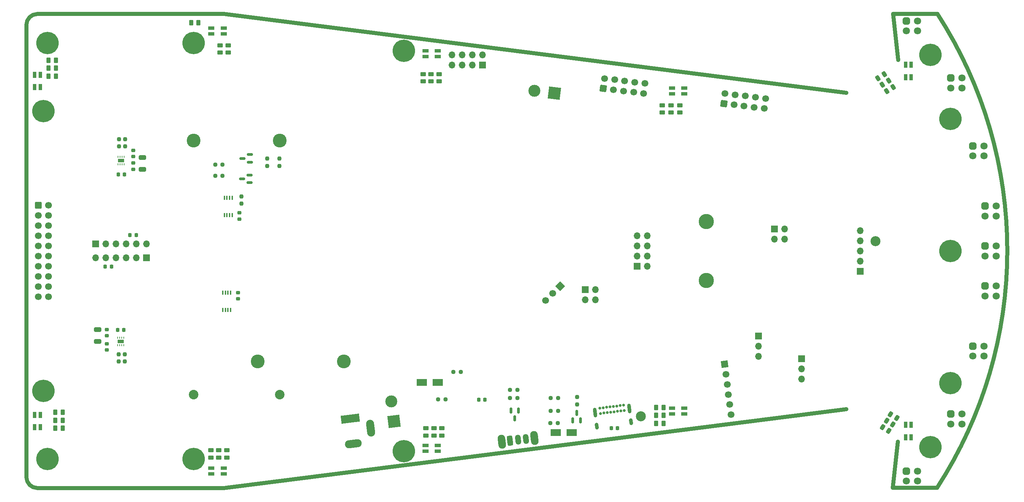
<source format=gbr>
%TF.GenerationSoftware,KiCad,Pcbnew,(6.0.2)*%
%TF.CreationDate,2022-08-16T13:23:33+02:00*%
%TF.ProjectId,BeamRider_MainBoard_v1,4265616d-5269-4646-9572-5f4d61696e42,rev?*%
%TF.SameCoordinates,Original*%
%TF.FileFunction,Soldermask,Bot*%
%TF.FilePolarity,Negative*%
%FSLAX46Y46*%
G04 Gerber Fmt 4.6, Leading zero omitted, Abs format (unit mm)*
G04 Created by KiCad (PCBNEW (6.0.2)) date 2022-08-16 13:23:33*
%MOMM*%
%LPD*%
G01*
G04 APERTURE LIST*
G04 Aperture macros list*
%AMRoundRect*
0 Rectangle with rounded corners*
0 $1 Rounding radius*
0 $2 $3 $4 $5 $6 $7 $8 $9 X,Y pos of 4 corners*
0 Add a 4 corners polygon primitive as box body*
4,1,4,$2,$3,$4,$5,$6,$7,$8,$9,$2,$3,0*
0 Add four circle primitives for the rounded corners*
1,1,$1+$1,$2,$3*
1,1,$1+$1,$4,$5*
1,1,$1+$1,$6,$7*
1,1,$1+$1,$8,$9*
0 Add four rect primitives between the rounded corners*
20,1,$1+$1,$2,$3,$4,$5,0*
20,1,$1+$1,$4,$5,$6,$7,0*
20,1,$1+$1,$6,$7,$8,$9,0*
20,1,$1+$1,$8,$9,$2,$3,0*%
%AMHorizOval*
0 Thick line with rounded ends*
0 $1 width*
0 $2 $3 position (X,Y) of the first rounded end (center of the circle)*
0 $4 $5 position (X,Y) of the second rounded end (center of the circle)*
0 Add line between two ends*
20,1,$1,$2,$3,$4,$5,0*
0 Add two circle primitives to create the rounded ends*
1,1,$1,$2,$3*
1,1,$1,$4,$5*%
%AMRotRect*
0 Rectangle, with rotation*
0 The origin of the aperture is its center*
0 $1 length*
0 $2 width*
0 $3 Rotation angle, in degrees counterclockwise*
0 Add horizontal line*
21,1,$1,$2,0,0,$3*%
G04 Aperture macros list end*
%ADD10C,1.000000*%
%ADD11RoundRect,0.450000X-0.450000X-0.450000X0.450000X-0.450000X0.450000X0.450000X-0.450000X0.450000X0*%
%ADD12C,1.800000*%
%ADD13HorizOval,1.900000X-0.097495X0.794037X0.097495X-0.794037X0*%
%ADD14RoundRect,0.350000X-0.237709X-0.935946X0.457074X-0.850637X0.237709X0.935946X-0.457074X0.850637X0*%
%ADD15HorizOval,1.400000X-0.067028X0.545900X0.067028X-0.545900X0*%
%ADD16RoundRect,0.250000X0.522406X-0.668649X0.668649X0.522406X-0.522406X0.668649X-0.668649X-0.522406X0*%
%ADD17C,1.700000*%
%ADD18R,1.700000X1.700000*%
%ADD19O,1.700000X1.700000*%
%ADD20C,5.600000*%
%ADD21RotRect,3.000000X3.000000X173.000000*%
%ADD22C,3.000000*%
%ADD23RotRect,3.000000X3.000000X97.000000*%
%ADD24RoundRect,0.250000X-0.600000X-0.600000X0.600000X-0.600000X0.600000X0.600000X-0.600000X0.600000X0*%
%ADD25C,0.700000*%
%ADD26HorizOval,0.900000X-0.091402X0.744410X0.091402X-0.744410X0*%
%ADD27HorizOval,0.900000X-0.048748X0.397018X0.048748X-0.397018X0*%
%ADD28RotRect,1.700000X1.700000X7.000000*%
%ADD29HorizOval,1.700000X0.000000X0.000000X0.000000X0.000000X0*%
%ADD30RotRect,1.700000X1.700000X315.000000*%
%ADD31HorizOval,1.700000X0.000000X0.000000X0.000000X0.000000X0*%
%ADD32C,3.800000*%
%ADD33C,3.450000*%
%ADD34C,2.390000*%
%ADD35C,2.500000*%
%ADD36RotRect,4.600000X2.000000X7.000000*%
%ADD37HorizOval,2.000000X1.091801X0.134056X-1.091801X-0.134056X0*%
%ADD38HorizOval,2.000000X-0.134056X1.091801X0.134056X-1.091801X0*%
%ADD39RoundRect,0.250000X0.262500X0.450000X-0.262500X0.450000X-0.262500X-0.450000X0.262500X-0.450000X0*%
%ADD40R,0.250000X0.500000*%
%ADD41R,1.600000X0.900000*%
%ADD42R,2.500000X1.800000*%
%ADD43R,1.500000X0.900000*%
%ADD44RoundRect,0.225000X-0.250000X0.225000X-0.250000X-0.225000X0.250000X-0.225000X0.250000X0.225000X0*%
%ADD45RoundRect,0.250000X0.015851X-0.520725X0.461076X-0.242518X-0.015851X0.520725X-0.461076X0.242518X0*%
%ADD46RoundRect,0.237500X0.250000X0.237500X-0.250000X0.237500X-0.250000X-0.237500X0.250000X-0.237500X0*%
%ADD47RoundRect,0.150000X0.150000X-0.587500X0.150000X0.587500X-0.150000X0.587500X-0.150000X-0.587500X0*%
%ADD48RoundRect,0.250000X-0.461076X-0.242518X-0.015851X-0.520725X0.461076X0.242518X0.015851X0.520725X0*%
%ADD49RoundRect,0.237500X-0.250000X-0.237500X0.250000X-0.237500X0.250000X0.237500X-0.250000X0.237500X0*%
%ADD50RoundRect,0.225000X0.225000X0.250000X-0.225000X0.250000X-0.225000X-0.250000X0.225000X-0.250000X0*%
%ADD51RoundRect,0.237500X-0.237500X0.250000X-0.237500X-0.250000X0.237500X-0.250000X0.237500X0.250000X0*%
%ADD52RoundRect,0.150000X-0.150000X0.587500X-0.150000X-0.587500X0.150000X-0.587500X0.150000X0.587500X0*%
%ADD53RoundRect,0.250000X-0.450000X0.262500X-0.450000X-0.262500X0.450000X-0.262500X0.450000X0.262500X0*%
%ADD54RoundRect,0.225000X-0.225000X-0.250000X0.225000X-0.250000X0.225000X0.250000X-0.225000X0.250000X0*%
%ADD55RoundRect,0.250000X-0.262500X-0.450000X0.262500X-0.450000X0.262500X0.450000X-0.262500X0.450000X0*%
%ADD56RoundRect,0.250000X0.650000X-0.325000X0.650000X0.325000X-0.650000X0.325000X-0.650000X-0.325000X0*%
%ADD57RoundRect,0.237500X0.237500X-0.250000X0.237500X0.250000X-0.237500X0.250000X-0.237500X-0.250000X0*%
%ADD58R,0.400000X1.100000*%
%ADD59RoundRect,0.250000X0.450000X-0.262500X0.450000X0.262500X-0.450000X0.262500X-0.450000X-0.262500X0*%
%ADD60RoundRect,0.150000X0.587500X0.150000X-0.587500X0.150000X-0.587500X-0.150000X0.587500X-0.150000X0*%
%ADD61RoundRect,0.250000X-0.650000X0.325000X-0.650000X-0.325000X0.650000X-0.325000X0.650000X0.325000X0*%
%ADD62RoundRect,0.225000X0.250000X-0.225000X0.250000X0.225000X-0.250000X0.225000X-0.250000X-0.225000X0*%
%ADD63R,0.900000X1.500000*%
G04 APERTURE END LIST*
D10*
X238617409Y-141694028D02*
X239900000Y-130200000D01*
X249651508Y-141682985D02*
G75*
G03*
X249745229Y-23239576I-91495962J59294140D01*
G01*
X249739670Y-23230689D02*
X238700800Y-23231308D01*
X25000000Y-141750000D02*
X71500000Y-141750000D01*
X71500000Y-141750000D02*
X227000000Y-122000000D01*
X25000000Y-23250000D02*
G75*
G03*
X22250000Y-26000000I2J-2750002D01*
G01*
X22250000Y-139000000D02*
G75*
G03*
X25000000Y-141750000I2750002J2D01*
G01*
X227000000Y-43000000D02*
X71500000Y-23250000D01*
X22250000Y-26000000D02*
X22250000Y-139000000D01*
X239983391Y-34725336D02*
X238700800Y-23231308D01*
X249651508Y-141682985D02*
X238612638Y-141683604D01*
X25000000Y-23250000D02*
X71500000Y-23250000D01*
D11*
%TO.C,U4*%
X258600000Y-106250000D03*
D12*
X258600000Y-108750000D03*
X261400000Y-108750000D03*
X261400000Y-106250000D03*
%TD*%
D11*
%TO.C,U5*%
X258600000Y-56250000D03*
D12*
X258600000Y-58750000D03*
X261400000Y-58750000D03*
X261400000Y-56250000D03*
%TD*%
D13*
%TO.C,SW2*%
X149069440Y-129200336D03*
X140930561Y-130199665D03*
D14*
X143014908Y-129943739D03*
D15*
X145000000Y-129700000D03*
X146985093Y-129456262D03*
%TD*%
D11*
%TO.C,U6*%
X253100000Y-123250000D03*
D12*
X253100000Y-125750000D03*
X255900000Y-125750000D03*
X255900000Y-123250000D03*
%TD*%
D16*
%TO.C,J12*%
X196403092Y-45641437D03*
D17*
X196712640Y-43120370D03*
X198924159Y-45950985D03*
X199233707Y-43429918D03*
X201445226Y-46260533D03*
X201754775Y-43739466D03*
X203966294Y-46570081D03*
X204275842Y-44049014D03*
X206487361Y-46879630D03*
X206796909Y-44358562D03*
%TD*%
D18*
%TO.C,J16*%
X52200000Y-84200000D03*
D19*
X49660000Y-84200000D03*
X47120000Y-84200000D03*
X44580000Y-84200000D03*
X42040000Y-84200000D03*
X39500000Y-84200000D03*
%TD*%
D11*
%TO.C,U9*%
X242000000Y-25000000D03*
D12*
X242000000Y-27500000D03*
X244800000Y-27500000D03*
X244800000Y-25000000D03*
%TD*%
D20*
%TO.C,H7*%
X64000000Y-134500000D03*
%TD*%
D11*
%TO.C,U8*%
X242000000Y-137500000D03*
D12*
X242000000Y-140000000D03*
X244800000Y-140000000D03*
X244800000Y-137500000D03*
%TD*%
D20*
%TO.C,H2*%
X64000000Y-30500000D03*
%TD*%
%TO.C,H8*%
X27500000Y-134500000D03*
%TD*%
D18*
%TO.C,J18*%
X205100000Y-103725000D03*
D19*
X205100000Y-106265000D03*
X205100000Y-108805000D03*
%TD*%
D20*
%TO.C,H12*%
X253000000Y-82500000D03*
%TD*%
D21*
%TO.C,J2*%
X154121068Y-43059548D03*
D22*
X149078934Y-42440452D03*
%TD*%
D23*
%TO.C,J3*%
X114009548Y-125121068D03*
D22*
X113390452Y-120078934D03*
%TD*%
D11*
%TO.C,U1*%
X261600000Y-81250000D03*
D12*
X261600000Y-83750000D03*
X264400000Y-83750000D03*
X264400000Y-81250000D03*
%TD*%
D18*
%TO.C,J17*%
X215850000Y-109425000D03*
D19*
X215850000Y-111965000D03*
X215850000Y-114505000D03*
%TD*%
D24*
%TO.C,J11*%
X25247500Y-71070000D03*
D17*
X27787500Y-71070000D03*
X25247500Y-73610000D03*
X27787500Y-73610000D03*
X25247500Y-76150000D03*
X27787500Y-76150000D03*
X25247500Y-78690000D03*
X27787500Y-78690000D03*
X25247500Y-81230000D03*
X27787500Y-81230000D03*
X25247500Y-83770000D03*
X27787500Y-83770000D03*
X25247500Y-86310000D03*
X27787500Y-86310000D03*
X25247500Y-88850000D03*
X27787500Y-88850000D03*
X25247500Y-91390000D03*
X27787500Y-91390000D03*
X25247500Y-93930000D03*
X27787500Y-93930000D03*
%TD*%
D25*
%TO.C,J4*%
X165456652Y-121767563D03*
X166300316Y-121663974D03*
X167143980Y-121560385D03*
X167987645Y-121456796D03*
X168831309Y-121353207D03*
X169674973Y-121249618D03*
X170518637Y-121146029D03*
X171362302Y-121042440D03*
X171526825Y-122382378D03*
X170683161Y-122485967D03*
X169839497Y-122589556D03*
X168995833Y-122693145D03*
X168152168Y-122796733D03*
X167308504Y-122900322D03*
X166464840Y-123003911D03*
X165621176Y-123107500D03*
D26*
X172821671Y-121850612D03*
X164236147Y-122904782D03*
D27*
X164648065Y-126259588D03*
X173233589Y-125205418D03*
%TD*%
D28*
%TO.C,J14*%
X196626130Y-110797332D03*
D29*
X196935678Y-113318399D03*
X197245226Y-115839466D03*
X197554774Y-118360534D03*
X197864323Y-120881601D03*
X198173871Y-123402668D03*
%TD*%
D18*
%TO.C,J6*%
X209025000Y-76975000D03*
D19*
X211565000Y-76975000D03*
X209025000Y-79515000D03*
X211565000Y-79515000D03*
%TD*%
D30*
%TO.C,J5*%
X155496051Y-91303949D03*
D31*
X153700000Y-93100000D03*
X151903949Y-94896051D03*
%TD*%
D20*
%TO.C,H14*%
X248000000Y-33500000D03*
%TD*%
D32*
%TO.C,H6*%
X192000000Y-89866000D03*
%TD*%
D16*
%TO.C,J13*%
X166303092Y-41891437D03*
D17*
X166612640Y-39370370D03*
X168824159Y-42200985D03*
X169133707Y-39679918D03*
X171345226Y-42510533D03*
X171654775Y-39989466D03*
X173866294Y-42820081D03*
X174175842Y-40299014D03*
X176387361Y-43129630D03*
X176696909Y-40608562D03*
%TD*%
D11*
%TO.C,U2*%
X261600000Y-91250000D03*
D12*
X261600000Y-93750000D03*
X264400000Y-93750000D03*
X264400000Y-91250000D03*
%TD*%
D18*
%TO.C,J19*%
X174710000Y-86300000D03*
D19*
X177250000Y-86300000D03*
X174710000Y-83760000D03*
X177250000Y-83760000D03*
X174710000Y-81220000D03*
X177250000Y-81220000D03*
X174710000Y-78680000D03*
X177250000Y-78680000D03*
%TD*%
D18*
%TO.C,J9*%
X136100000Y-36040000D03*
D19*
X136100000Y-33500000D03*
X133560000Y-36040000D03*
X133560000Y-33500000D03*
X131020000Y-36040000D03*
X131020000Y-33500000D03*
X128480000Y-36040000D03*
X128480000Y-33500000D03*
%TD*%
D20*
%TO.C,H13*%
X253000000Y-115500000D03*
%TD*%
D11*
%TO.C,U7*%
X253100000Y-39250000D03*
D12*
X253100000Y-41750000D03*
X255900000Y-41750000D03*
X255900000Y-39250000D03*
%TD*%
D18*
%TO.C,J10*%
X161825000Y-92125000D03*
D19*
X164365000Y-92125000D03*
X161825000Y-94665000D03*
X164365000Y-94665000D03*
%TD*%
D33*
%TO.C,BT2*%
X80000000Y-110100000D03*
X64000000Y-54900000D03*
D34*
X64000000Y-118430000D03*
%TD*%
D35*
%TO.C,TP1*%
X234250000Y-80050000D03*
%TD*%
D20*
%TO.C,H9*%
X26500000Y-47500000D03*
%TD*%
%TO.C,H15*%
X253000000Y-49500000D03*
%TD*%
D11*
%TO.C,U3*%
X261600000Y-71250000D03*
D12*
X261600000Y-73750000D03*
X264400000Y-73750000D03*
X264400000Y-71250000D03*
%TD*%
D20*
%TO.C,H5*%
X26500000Y-117500000D03*
%TD*%
D18*
%TO.C,J15*%
X39500000Y-80700000D03*
D19*
X42040000Y-80700000D03*
X44580000Y-80700000D03*
X47120000Y-80700000D03*
X49660000Y-80700000D03*
X52200000Y-80700000D03*
%TD*%
D20*
%TO.C,H10*%
X116500000Y-132500000D03*
%TD*%
D36*
%TO.C,J1*%
X103111107Y-124447332D03*
D37*
X103878884Y-130700373D03*
D38*
X108228750Y-126740743D03*
%TD*%
D33*
%TO.C,BT1*%
X85500000Y-54900000D03*
X101500000Y-110100000D03*
D34*
X85500000Y-118430000D03*
%TD*%
D18*
%TO.C,J8*%
X230500000Y-87610000D03*
D19*
X230500000Y-85070000D03*
X230500000Y-82530000D03*
X230500000Y-79990000D03*
X230500000Y-77450000D03*
%TD*%
D35*
%TO.C,TP2*%
X175650000Y-123800000D03*
%TD*%
D20*
%TO.C,H3*%
X27500000Y-30500000D03*
%TD*%
%TO.C,H4*%
X116500000Y-32500000D03*
%TD*%
%TO.C,H11*%
X248000000Y-131500000D03*
%TD*%
D32*
%TO.C,H1*%
X192000000Y-75134000D03*
%TD*%
D39*
%TO.C,R47*%
X31312500Y-124800000D03*
X29487500Y-124800000D03*
%TD*%
D40*
%TO.C,U30*%
X45050000Y-104150000D03*
X45550000Y-104150000D03*
X46050000Y-104150000D03*
X46550000Y-104150000D03*
X46550000Y-106050000D03*
X46050000Y-106050000D03*
X45550000Y-106050000D03*
X45050000Y-106050000D03*
D41*
X45800000Y-105100000D03*
%TD*%
D39*
%TO.C,R43*%
X29612500Y-36800000D03*
X27787500Y-36800000D03*
%TD*%
D42*
%TO.C,D2*%
X158450000Y-127900000D03*
X154450000Y-127900000D03*
%TD*%
D43*
%TO.C,D16*%
X186550000Y-121800000D03*
X183450000Y-121800000D03*
X183450000Y-123200000D03*
X186550000Y-123200000D03*
%TD*%
D44*
%TO.C,C46*%
X75100000Y-92875000D03*
X75100000Y-94425000D03*
%TD*%
D45*
%TO.C,R33*%
X237100000Y-42500000D03*
X238647688Y-41532898D03*
%TD*%
D46*
%TO.C,R10*%
X154912500Y-125550000D03*
X153087500Y-125550000D03*
%TD*%
D47*
%TO.C,Q4*%
X160600000Y-124837500D03*
X158700000Y-124837500D03*
X159650000Y-122962500D03*
%TD*%
D48*
%TO.C,R37*%
X237026156Y-124916449D03*
X238573844Y-125883551D03*
%TD*%
D49*
%TO.C,R7*%
X143037500Y-119250000D03*
X144862500Y-119250000D03*
%TD*%
D50*
%TO.C,C47*%
X43475000Y-86400000D03*
X41925000Y-86400000D03*
%TD*%
D51*
%TO.C,R117*%
X46800000Y-108287500D03*
X46800000Y-110112500D03*
%TD*%
D39*
%TO.C,R46*%
X31312500Y-122800000D03*
X29487500Y-122800000D03*
%TD*%
D52*
%TO.C,Q7*%
X143250000Y-122412500D03*
X145150000Y-122412500D03*
X144200000Y-124287500D03*
%TD*%
D53*
%TO.C,R49*%
X70300000Y-132287500D03*
X70300000Y-134112500D03*
%TD*%
D44*
%TO.C,C42*%
X48950000Y-57325000D03*
X48950000Y-58875000D03*
%TD*%
D54*
%TO.C,C4*%
X135225000Y-119650000D03*
X136775000Y-119650000D03*
%TD*%
D55*
%TO.C,R41*%
X179487500Y-121600000D03*
X181312500Y-121600000D03*
%TD*%
D46*
%TO.C,R109*%
X71212500Y-63700000D03*
X69387500Y-63700000D03*
%TD*%
D44*
%TO.C,C50*%
X42350000Y-102125000D03*
X42350000Y-103675000D03*
%TD*%
D39*
%TO.C,R44*%
X29612500Y-38800000D03*
X27787500Y-38800000D03*
%TD*%
D50*
%TO.C,C48*%
X46575000Y-102250000D03*
X45025000Y-102250000D03*
%TD*%
D55*
%TO.C,R39*%
X179500000Y-125600000D03*
X181325000Y-125600000D03*
%TD*%
D56*
%TO.C,C40*%
X51200000Y-62075000D03*
X51200000Y-59125000D03*
%TD*%
D53*
%TO.C,R54*%
X122000000Y-126787500D03*
X122000000Y-128612500D03*
%TD*%
D57*
%TO.C,R12*%
X159750000Y-120812500D03*
X159750000Y-118987500D03*
%TD*%
D58*
%TO.C,U29*%
X73225000Y-97200000D03*
X72575000Y-97200000D03*
X71925000Y-97200000D03*
X71275000Y-97200000D03*
X71275000Y-92900000D03*
X71925000Y-92900000D03*
X72575000Y-92900000D03*
X73225000Y-92900000D03*
%TD*%
%TO.C,U28*%
X71675000Y-69250000D03*
X72325000Y-69250000D03*
X72975000Y-69250000D03*
X73625000Y-69250000D03*
X73625000Y-73550000D03*
X72975000Y-73550000D03*
X72325000Y-73550000D03*
X71675000Y-73550000D03*
%TD*%
D54*
%TO.C,C43*%
X45175000Y-63350000D03*
X46725000Y-63350000D03*
%TD*%
D59*
%TO.C,R52*%
X70600000Y-32912500D03*
X70600000Y-31087500D03*
%TD*%
%TO.C,R30*%
X121300000Y-40112500D03*
X121300000Y-38287500D03*
%TD*%
D43*
%TO.C,D19*%
X71550000Y-136800000D03*
X68450000Y-136800000D03*
X68450000Y-138200000D03*
X71550000Y-138200000D03*
%TD*%
D59*
%TO.C,R31*%
X125300000Y-40112500D03*
X125300000Y-38287500D03*
%TD*%
D60*
%TO.C,Q18*%
X78037500Y-58400000D03*
X78037500Y-60300000D03*
X76162500Y-59350000D03*
%TD*%
D51*
%TO.C,R114*%
X85450000Y-59387500D03*
X85450000Y-61212500D03*
%TD*%
D60*
%TO.C,Q17*%
X77987500Y-63500000D03*
X77987500Y-65400000D03*
X76112500Y-64450000D03*
%TD*%
D49*
%TO.C,R6*%
X125087500Y-119550000D03*
X126912500Y-119550000D03*
%TD*%
D54*
%TO.C,C44*%
X48125000Y-78500000D03*
X49675000Y-78500000D03*
%TD*%
D43*
%TO.C,D1*%
X183450000Y-43200000D03*
X186550000Y-43250000D03*
X186550000Y-41800000D03*
X183450000Y-41800000D03*
%TD*%
D42*
%TO.C,D3*%
X124950000Y-115350000D03*
X120950000Y-115350000D03*
%TD*%
D61*
%TO.C,C51*%
X40050000Y-102175000D03*
X40050000Y-105125000D03*
%TD*%
D62*
%TO.C,C45*%
X75450000Y-74500000D03*
X75450000Y-72950000D03*
%TD*%
D51*
%TO.C,R112*%
X46900000Y-54537500D03*
X46900000Y-56362500D03*
%TD*%
D57*
%TO.C,R111*%
X75950000Y-70662500D03*
X75950000Y-68837500D03*
%TD*%
D59*
%TO.C,R29*%
X183200000Y-47912500D03*
X183200000Y-46087500D03*
%TD*%
D53*
%TO.C,R50*%
X68300000Y-132287500D03*
X68300000Y-134112500D03*
%TD*%
%TO.C,R55*%
X124000000Y-126787500D03*
X124000000Y-128612500D03*
%TD*%
D50*
%TO.C,C52*%
X169875000Y-126750000D03*
X168325000Y-126750000D03*
%TD*%
D57*
%TO.C,R113*%
X45350000Y-56362500D03*
X45350000Y-54537500D03*
%TD*%
D53*
%TO.C,R56*%
X126000000Y-126787500D03*
X126000000Y-128612500D03*
%TD*%
D43*
%TO.C,D13*%
X121900000Y-33900000D03*
X125000000Y-33900000D03*
X125000000Y-32500000D03*
X121900000Y-32500000D03*
%TD*%
D40*
%TO.C,U27*%
X46650000Y-60850000D03*
X46150000Y-60850000D03*
X45650000Y-60850000D03*
X45150000Y-60850000D03*
X45150000Y-58950000D03*
X45650000Y-58950000D03*
X46150000Y-58950000D03*
X46650000Y-58950000D03*
D41*
X45900000Y-59900000D03*
%TD*%
D63*
%TO.C,D15*%
X243200000Y-129050000D03*
X243200000Y-125950000D03*
X241800000Y-125950000D03*
X241800000Y-129050000D03*
%TD*%
D45*
%TO.C,R35*%
X234900000Y-39300000D03*
X236447688Y-38332898D03*
%TD*%
D51*
%TO.C,R115*%
X82350000Y-59387500D03*
X82350000Y-61212500D03*
%TD*%
D63*
%TO.C,D18*%
X25700000Y-126550000D03*
X25700000Y-123450000D03*
X24300000Y-123450000D03*
X24300000Y-126550000D03*
%TD*%
D43*
%TO.C,D20*%
X71550000Y-26800000D03*
X68450000Y-26800000D03*
X68450000Y-28200000D03*
X71550000Y-28200000D03*
%TD*%
D59*
%TO.C,R32*%
X123300000Y-40112500D03*
X123300000Y-38287500D03*
%TD*%
D49*
%TO.C,R16*%
X128887500Y-112700000D03*
X130712500Y-112700000D03*
%TD*%
D39*
%TO.C,R45*%
X31312500Y-126800000D03*
X29487500Y-126800000D03*
%TD*%
D46*
%TO.C,R110*%
X71212500Y-60950000D03*
X69387500Y-60950000D03*
%TD*%
D62*
%TO.C,C41*%
X48950000Y-62075000D03*
X48950000Y-60525000D03*
%TD*%
D59*
%TO.C,R27*%
X181000000Y-47912500D03*
X181000000Y-46087500D03*
%TD*%
D57*
%TO.C,R116*%
X45300000Y-110112500D03*
X45300000Y-108287500D03*
%TD*%
D39*
%TO.C,R42*%
X29612500Y-34800000D03*
X27787500Y-34800000D03*
%TD*%
D46*
%TO.C,R14*%
X155012500Y-119250000D03*
X153187500Y-119250000D03*
%TD*%
D59*
%TO.C,R51*%
X72600000Y-32912500D03*
X72600000Y-31087500D03*
%TD*%
D55*
%TO.C,R40*%
X179487500Y-123600000D03*
X181312500Y-123600000D03*
%TD*%
D46*
%TO.C,R18*%
X144862500Y-117250000D03*
X143037500Y-117250000D03*
%TD*%
D53*
%TO.C,R48*%
X72300000Y-132287500D03*
X72300000Y-134112500D03*
%TD*%
D59*
%TO.C,R28*%
X185400000Y-47912500D03*
X185400000Y-46087500D03*
%TD*%
D43*
%TO.C,D21*%
X121900000Y-132500000D03*
X125000000Y-132500000D03*
X125000000Y-131100000D03*
X121900000Y-131100000D03*
%TD*%
D63*
%TO.C,D14*%
X243200000Y-39050000D03*
X243200000Y-35950000D03*
X241800000Y-35950000D03*
X241800000Y-39050000D03*
%TD*%
D46*
%TO.C,R9*%
X155012500Y-122450000D03*
X153187500Y-122450000D03*
%TD*%
D48*
%TO.C,R36*%
X236026156Y-126516449D03*
X237573844Y-127483551D03*
%TD*%
D63*
%TO.C,D17*%
X25700000Y-41550000D03*
X25700000Y-38450000D03*
X24300000Y-38450000D03*
X24300000Y-41550000D03*
%TD*%
D55*
%TO.C,R53*%
X63387500Y-25400000D03*
X65212500Y-25400000D03*
%TD*%
D48*
%TO.C,R38*%
X238026156Y-123316449D03*
X239573844Y-124283551D03*
%TD*%
D62*
%TO.C,C49*%
X42350000Y-107225000D03*
X42350000Y-105675000D03*
%TD*%
D45*
%TO.C,R34*%
X236000000Y-40900000D03*
X237547688Y-39932898D03*
%TD*%
M02*

</source>
